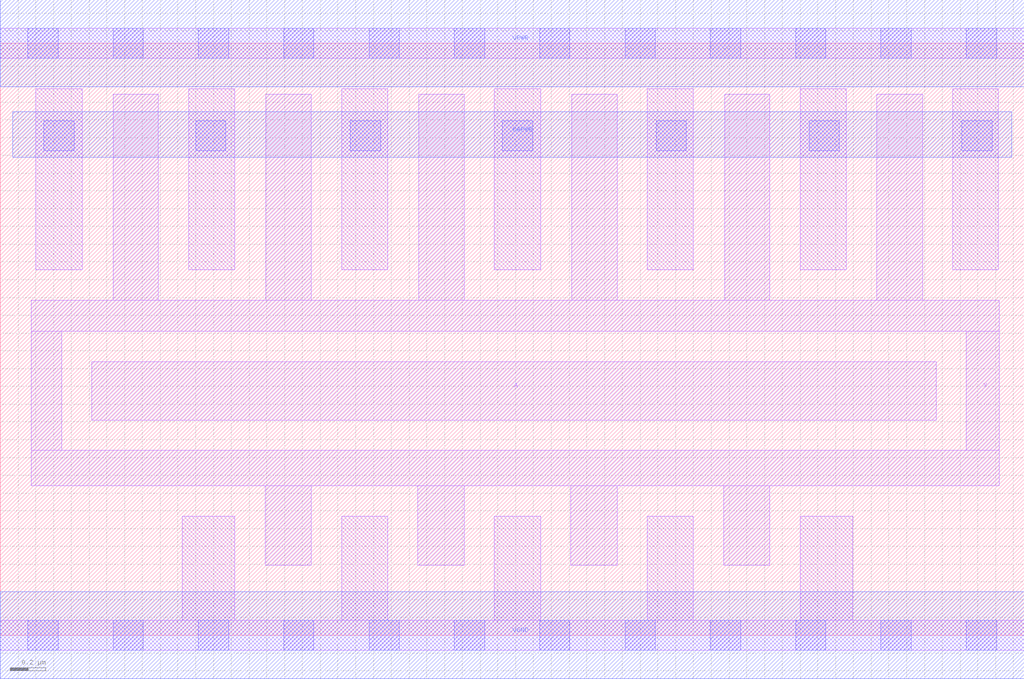
<source format=lef>
# Copyright 2020 The SkyWater PDK Authors
#
# Licensed under the Apache License, Version 2.0 (the "License");
# you may not use this file except in compliance with the License.
# You may obtain a copy of the License at
#
#     https://www.apache.org/licenses/LICENSE-2.0
#
# Unless required by applicable law or agreed to in writing, software
# distributed under the License is distributed on an "AS IS" BASIS,
# WITHOUT WARRANTIES OR CONDITIONS OF ANY KIND, either express or implied.
# See the License for the specific language governing permissions and
# limitations under the License.
#
# SPDX-License-Identifier: Apache-2.0

VERSION 5.7 ;
  NAMESCASESENSITIVE ON ;
  NOWIREEXTENSIONATPIN ON ;
  DIVIDERCHAR "/" ;
  BUSBITCHARS "[]" ;
UNITS
  DATABASE MICRONS 200 ;
END UNITS
MACRO sky130_fd_sc_lp__invkapwr_8
  CLASS CORE ;
  SOURCE USER ;
  FOREIGN sky130_fd_sc_lp__invkapwr_8 ;
  ORIGIN  0.000000  0.000000 ;
  SIZE  5.760000 BY  3.330000 ;
  SYMMETRY X Y ;
  SITE unit ;
  PIN A
    ANTENNAGATEAREA  2.772000 ;
    DIRECTION INPUT ;
    USE SIGNAL ;
    PORT
      LAYER li1 ;
        RECT 0.515000 1.210000 5.265000 1.540000 ;
    END
  END A
  PIN Y
    ANTENNADIFFAREA  2.587200 ;
    DIRECTION OUTPUT ;
    USE SIGNAL ;
    PORT
      LAYER li1 ;
        RECT 0.175000 0.840000 5.620000 1.040000 ;
        RECT 0.175000 1.040000 0.345000 1.710000 ;
        RECT 0.175000 1.710000 5.620000 1.885000 ;
        RECT 0.635000 1.885000 0.890000 3.045000 ;
        RECT 1.490000 0.395000 1.750000 0.840000 ;
        RECT 1.495000 1.885000 1.750000 3.045000 ;
        RECT 2.350000 0.395000 2.610000 0.840000 ;
        RECT 2.355000 1.885000 2.610000 3.045000 ;
        RECT 3.210000 0.395000 3.470000 0.840000 ;
        RECT 3.215000 1.885000 3.470000 3.045000 ;
        RECT 4.070000 0.395000 4.330000 0.840000 ;
        RECT 4.075000 1.885000 4.330000 3.045000 ;
        RECT 4.930000 1.885000 5.190000 3.045000 ;
        RECT 5.435000 1.040000 5.620000 1.710000 ;
    END
  END Y
  PIN KAPWR
    DIRECTION INOUT ;
    USE POWER ;
    PORT
      LAYER met1 ;
        RECT 0.070000 2.690000 5.690000 2.945000 ;
    END
  END KAPWR
  PIN VGND
    DIRECTION INOUT ;
    USE GROUND ;
    PORT
      LAYER met1 ;
        RECT 0.000000 -0.245000 5.760000 0.245000 ;
    END
  END VGND
  PIN VPWR
    DIRECTION INOUT ;
    USE POWER ;
    PORT
      LAYER met1 ;
        RECT 0.000000 3.085000 5.760000 3.575000 ;
    END
  END VPWR
  OBS
    LAYER li1 ;
      RECT 0.000000 -0.085000 5.760000 0.085000 ;
      RECT 0.000000  3.245000 5.760000 3.415000 ;
      RECT 0.200000  2.055000 0.460000 3.075000 ;
      RECT 1.025000  0.085000 1.320000 0.670000 ;
      RECT 1.060000  2.055000 1.320000 3.075000 ;
      RECT 1.920000  0.085000 2.180000 0.670000 ;
      RECT 1.920000  2.055000 2.180000 3.075000 ;
      RECT 2.780000  0.085000 3.040000 0.670000 ;
      RECT 2.780000  2.055000 3.040000 3.075000 ;
      RECT 3.640000  0.085000 3.900000 0.670000 ;
      RECT 3.640000  2.055000 3.900000 3.075000 ;
      RECT 4.500000  0.085000 4.795000 0.670000 ;
      RECT 4.500000  2.055000 4.760000 3.075000 ;
      RECT 5.360000  2.055000 5.615000 3.075000 ;
    LAYER mcon ;
      RECT 0.155000 -0.085000 0.325000 0.085000 ;
      RECT 0.155000  3.245000 0.325000 3.415000 ;
      RECT 0.245000  2.725000 0.415000 2.895000 ;
      RECT 0.635000 -0.085000 0.805000 0.085000 ;
      RECT 0.635000  3.245000 0.805000 3.415000 ;
      RECT 1.100000  2.725000 1.270000 2.895000 ;
      RECT 1.115000 -0.085000 1.285000 0.085000 ;
      RECT 1.115000  3.245000 1.285000 3.415000 ;
      RECT 1.595000 -0.085000 1.765000 0.085000 ;
      RECT 1.595000  3.245000 1.765000 3.415000 ;
      RECT 1.970000  2.725000 2.140000 2.895000 ;
      RECT 2.075000 -0.085000 2.245000 0.085000 ;
      RECT 2.075000  3.245000 2.245000 3.415000 ;
      RECT 2.555000 -0.085000 2.725000 0.085000 ;
      RECT 2.555000  3.245000 2.725000 3.415000 ;
      RECT 2.825000  2.725000 2.995000 2.895000 ;
      RECT 3.035000 -0.085000 3.205000 0.085000 ;
      RECT 3.035000  3.245000 3.205000 3.415000 ;
      RECT 3.515000 -0.085000 3.685000 0.085000 ;
      RECT 3.515000  3.245000 3.685000 3.415000 ;
      RECT 3.690000  2.725000 3.860000 2.895000 ;
      RECT 3.995000 -0.085000 4.165000 0.085000 ;
      RECT 3.995000  3.245000 4.165000 3.415000 ;
      RECT 4.475000 -0.085000 4.645000 0.085000 ;
      RECT 4.475000  3.245000 4.645000 3.415000 ;
      RECT 4.550000  2.725000 4.720000 2.895000 ;
      RECT 4.955000 -0.085000 5.125000 0.085000 ;
      RECT 4.955000  3.245000 5.125000 3.415000 ;
      RECT 5.410000  2.725000 5.580000 2.895000 ;
      RECT 5.435000 -0.085000 5.605000 0.085000 ;
      RECT 5.435000  3.245000 5.605000 3.415000 ;
  END
END sky130_fd_sc_lp__invkapwr_8

</source>
